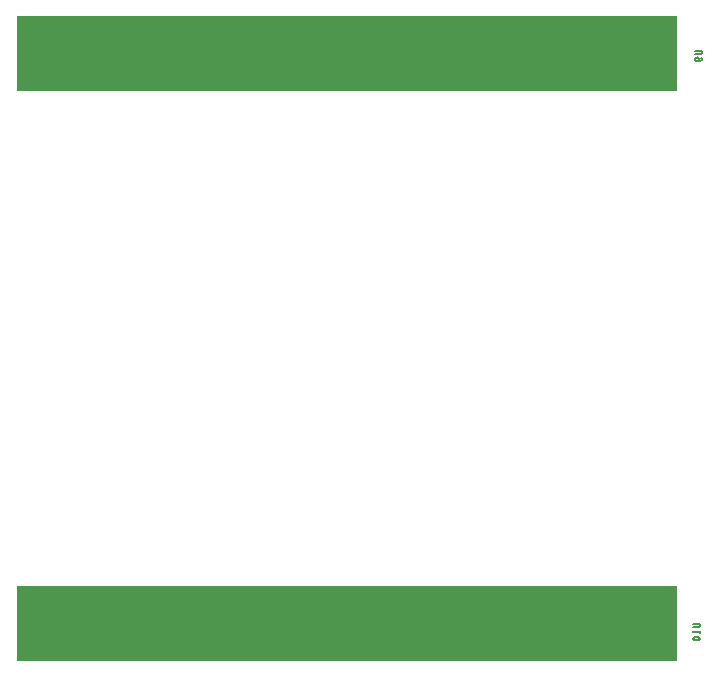
<source format=gbo>
G04 ================== begin FILE IDENTIFICATION RECORD ==================*
G04 Layout Name:  BBB_cape_tape_out.brd*
G04 Film Name:    SILKSCREEN_BOTTOM*
G04 File Format:  Gerber RS274X*
G04 File Origin:  Cadence Allegro 16.6-P004*
G04 Origin Date:  Thu Sep 11 16:10:17 2014*
G04 *
G04 Layer:  REF DES/SILKSCREEN_BOTTOM*
G04 Layer:  PACKAGE GEOMETRY/SILKSCREEN_BOTTOM*
G04 Layer:  BOARD GEOMETRY/SILKSCREEN_BOTTOM*
G04 *
G04 Offset:    (0.00 0.00)*
G04 Mirror:    No*
G04 Mode:      Positive*
G04 Rotation:  0*
G04 FullContactRelief:  No*
G04 UndefLineWidth:     5.00*
G04 ================== end FILE IDENTIFICATION RECORD ====================*
%FSLAX25Y25*MOIN*%
%IR0*IPPOS*OFA0.00000B0.00000*MIA0B0*SFA1.00000B1.00000*%
%ADD10C,.005*%
G75*
%LPD*%
G75*
G36*
G01X611300Y1618100D02*
X831300D01*
Y1593100D01*
X611300D01*
Y1618100D01*
G37*
G36*
G01X611400Y1808000D02*
X831400D01*
Y1783000D01*
X611400D01*
Y1808000D01*
G37*
G54D10*
G01X836500Y1605487D02*
X838292D01*
X838667Y1605380D01*
X838917Y1605167D01*
X839000Y1604900D01*
X838917Y1604633D01*
X838667Y1604420D01*
X838292Y1604313D01*
X836500D01*
G01X839000Y1602700D02*
X836500D01*
X837000Y1603020D01*
G01X839000D02*
Y1602380D01*
G01X836500Y1600500D02*
X836583Y1600713D01*
X836792Y1600873D01*
X837042Y1600980D01*
X837375Y1601060D01*
X837750Y1601087D01*
X838125Y1601060D01*
X838458Y1600980D01*
X838708Y1600873D01*
X838917Y1600713D01*
X839000Y1600500D01*
X838917Y1600287D01*
X838708Y1600127D01*
X838458Y1600020D01*
X838125Y1599940D01*
X837750Y1599913D01*
X837375Y1599940D01*
X837042Y1600020D01*
X836792Y1600127D01*
X836583Y1600287D01*
X836500Y1600500D01*
G01X837100Y1796487D02*
X838892D01*
X839267Y1796380D01*
X839517Y1796167D01*
X839600Y1795900D01*
X839517Y1795633D01*
X839267Y1795420D01*
X838892Y1795313D01*
X837100D01*
G01X839308Y1794153D02*
X839517Y1793967D01*
X839600Y1793753D01*
X839517Y1793540D01*
X839267Y1793353D01*
X838892Y1793220D01*
X838517Y1793167D01*
X838058D01*
X837683Y1793220D01*
X837350Y1793353D01*
X837183Y1793513D01*
X837100Y1793700D01*
X837183Y1793913D01*
X837350Y1794073D01*
X837600Y1794180D01*
X837933Y1794233D01*
X838225Y1794180D01*
X838517Y1794047D01*
X838683Y1793887D01*
X838725Y1793700D01*
X838642Y1793487D01*
X838433Y1793327D01*
X838058Y1793167D01*
M02*

</source>
